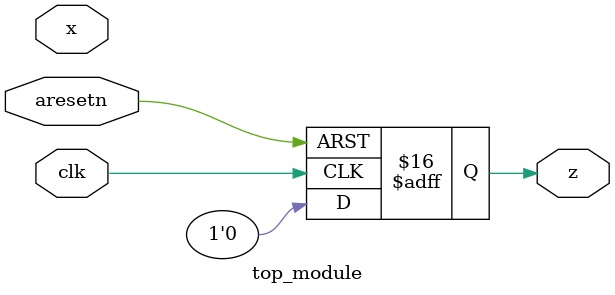
<source format=sv>
module top_module (
	input clk,
    input aresetn,
    input x,
    output reg z
);
	reg state, next_state;
	
	// Define state constants
	parameter S = 2'b00;
	parameter S1 = 2'b01;
	parameter S10 = 2'b10;

	// Define state next transitions
	always @(posedge clk or negedge aresetn) begin
		if (~aresetn) begin
			state <= S;
		end else begin
			case (state)
				S: begin
					if (x) begin
						next_state <= S1;
					end else begin
						next_state <= S;
					end
				end
				S1: begin
					if (x) begin
						next_state <= S1;
					end else begin
						next_state <= S10;
					end
				end
				S10: begin
					if (x) begin
						next_state <= S1;
					end else begin
						next_state <= S;
					end
				end
				default: begin
					next_state <= S;
				end
			endcase
		end
	end
	
	// Assign output z based on state
	always @(posedge clk or negedge aresetn) begin
		if (~aresetn) begin
			z <= 0;
		end else begin
			case (state)
				S, S1: begin
					z <= 0;
				end
				S10: begin
					z <= x;
				end
				default: begin
					z <= 0;
				end
			endcase
		end
	end

endmodule

</source>
